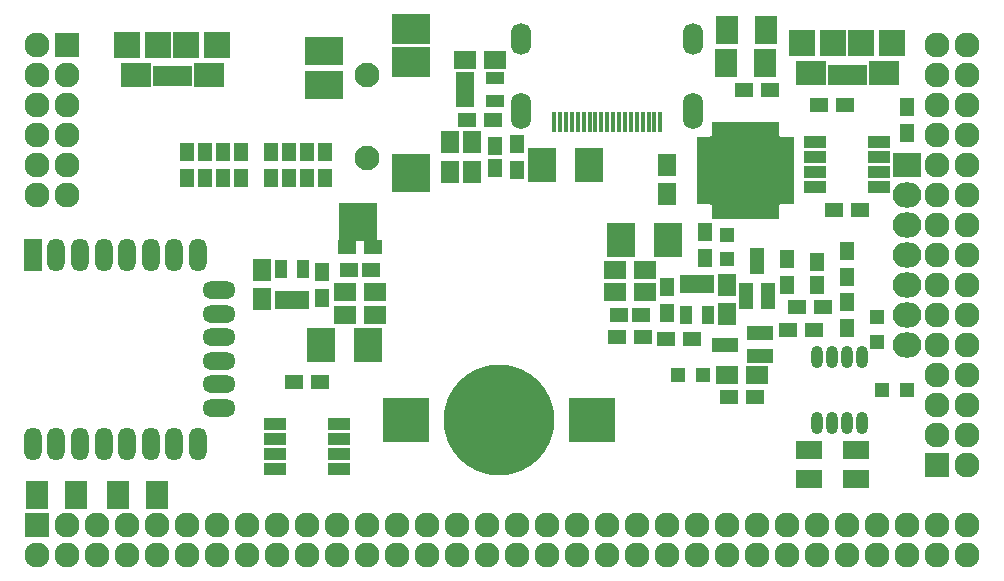
<source format=gbr>
G04 #@! TF.FileFunction,Soldermask,Bot*
%FSLAX46Y46*%
G04 Gerber Fmt 4.6, Leading zero omitted, Abs format (unit mm)*
G04 Created by KiCad (PCBNEW 4.0.5+dfsg1-4) date Mon Mar 27 15:17:06 2017*
%MOMM*%
%LPD*%
G01*
G04 APERTURE LIST*
%ADD10C,0.100000*%
%ADD11R,3.900000X3.700000*%
%ADD12C,9.400000*%
%ADD13R,1.924000X2.432000*%
%ADD14R,2.127200X2.127200*%
%ADD15O,2.127200X2.127200*%
%ADD16R,2.400000X2.900000*%
%ADD17R,1.600000X1.100000*%
%ADD18R,1.100000X1.600000*%
%ADD19R,2.432000X2.127200*%
%ADD20O,2.432000X2.127200*%
%ADD21R,1.650000X1.900000*%
%ADD22R,1.900000X1.650000*%
%ADD23O,1.009600X1.873200*%
%ADD24O,2.800000X1.500000*%
%ADD25R,1.500000X2.800000*%
%ADD26O,1.500000X2.800000*%
%ADD27R,1.200000X1.300000*%
%ADD28R,1.300000X1.200000*%
%ADD29R,2.500000X2.000000*%
%ADD30R,2.300000X2.300000*%
%ADD31R,0.800000X1.750000*%
%ADD32R,2.200000X2.300000*%
%ADD33R,3.200000X2.600000*%
%ADD34R,3.200000X3.200000*%
%ADD35R,3.200000X2.400000*%
%ADD36C,2.100000*%
%ADD37R,2.200000X1.600000*%
%ADD38R,0.600000X1.200000*%
%ADD39R,1.200000X0.600000*%
%ADD40R,1.800000X1.800000*%
%ADD41R,2.300000X1.200000*%
%ADD42R,1.200000X2.300000*%
%ADD43R,1.950000X1.000000*%
%ADD44R,1.150000X1.600000*%
%ADD45R,1.600000X1.150000*%
%ADD46R,1.600000X1.300000*%
%ADD47R,1.300000X1.600000*%
%ADD48O,1.700000X3.100000*%
%ADD49O,1.700000X2.700000*%
%ADD50R,0.350000X1.700000*%
G04 APERTURE END LIST*
D10*
D11*
X127830000Y-95710000D03*
X143630000Y-95710000D03*
D12*
X135730000Y-95710000D03*
D13*
X103498000Y-102060000D03*
X106800000Y-102060000D03*
X99942000Y-102060000D03*
X96640000Y-102060000D03*
D14*
X96640000Y-104600000D03*
D15*
X96640000Y-107140000D03*
X99180000Y-104600000D03*
X99180000Y-107140000D03*
X101720000Y-104600000D03*
X101720000Y-107140000D03*
X104260000Y-104600000D03*
X104260000Y-107140000D03*
X106800000Y-104600000D03*
X106800000Y-107140000D03*
X109340000Y-104600000D03*
X109340000Y-107140000D03*
X111880000Y-104600000D03*
X111880000Y-107140000D03*
X114420000Y-104600000D03*
X114420000Y-107140000D03*
X116960000Y-104600000D03*
X116960000Y-107140000D03*
X119500000Y-104600000D03*
X119500000Y-107140000D03*
X122040000Y-104600000D03*
X122040000Y-107140000D03*
X124580000Y-104600000D03*
X124580000Y-107140000D03*
X127120000Y-104600000D03*
X127120000Y-107140000D03*
X129660000Y-104600000D03*
X129660000Y-107140000D03*
X132200000Y-104600000D03*
X132200000Y-107140000D03*
X134740000Y-104600000D03*
X134740000Y-107140000D03*
X137280000Y-104600000D03*
X137280000Y-107140000D03*
X139820000Y-104600000D03*
X139820000Y-107140000D03*
X142360000Y-104600000D03*
X142360000Y-107140000D03*
X144900000Y-104600000D03*
X144900000Y-107140000D03*
X147440000Y-104600000D03*
X147440000Y-107140000D03*
X149980000Y-104600000D03*
X149980000Y-107140000D03*
X152520000Y-104600000D03*
X152520000Y-107140000D03*
X155060000Y-104600000D03*
X155060000Y-107140000D03*
X157600000Y-104600000D03*
X157600000Y-107140000D03*
X160140000Y-104600000D03*
X160140000Y-107140000D03*
X162680000Y-104600000D03*
X162680000Y-107140000D03*
X165220000Y-104600000D03*
X165220000Y-107140000D03*
X167760000Y-104600000D03*
X167760000Y-107140000D03*
X170300000Y-104600000D03*
X170300000Y-107140000D03*
X172840000Y-104600000D03*
X172840000Y-107140000D03*
X175380000Y-104600000D03*
X175380000Y-107140000D03*
D14*
X172840000Y-99520000D03*
D15*
X175380000Y-99520000D03*
X172840000Y-96980000D03*
X175380000Y-96980000D03*
X172840000Y-94440000D03*
X175380000Y-94440000D03*
X172840000Y-91900000D03*
X175380000Y-91900000D03*
X172840000Y-89360000D03*
X175380000Y-89360000D03*
X172840000Y-86820000D03*
X175380000Y-86820000D03*
X172840000Y-84280000D03*
X175380000Y-84280000D03*
X172840000Y-81740000D03*
X175380000Y-81740000D03*
X172840000Y-79200000D03*
X175380000Y-79200000D03*
X172840000Y-76660000D03*
X175380000Y-76660000D03*
X172840000Y-74120000D03*
X175380000Y-74120000D03*
X172840000Y-71580000D03*
X175380000Y-71580000D03*
X172840000Y-69040000D03*
X175380000Y-69040000D03*
X172840000Y-66500000D03*
X175380000Y-66500000D03*
X172840000Y-63960000D03*
X175380000Y-63960000D03*
D14*
X99180000Y-63960000D03*
D15*
X96640000Y-63960000D03*
X99180000Y-66500000D03*
X96640000Y-66500000D03*
X99180000Y-69040000D03*
X96640000Y-69040000D03*
X99180000Y-71580000D03*
X96640000Y-71580000D03*
X99180000Y-74120000D03*
X96640000Y-74120000D03*
X99180000Y-76660000D03*
X96640000Y-76660000D03*
D16*
X139344000Y-74120000D03*
X143344000Y-74120000D03*
D17*
X132835000Y-68720000D03*
X132835000Y-67770000D03*
X132835000Y-66820000D03*
X135435000Y-66820000D03*
X135435000Y-68720000D03*
D16*
X150075000Y-80470000D03*
X146075000Y-80470000D03*
D18*
X151570000Y-84220000D03*
X152520000Y-84220000D03*
X153470000Y-84220000D03*
X153470000Y-86820000D03*
X151570000Y-86820000D03*
D19*
X170300000Y-74120000D03*
D20*
X170300000Y-76660000D03*
X170300000Y-79200000D03*
X170300000Y-81740000D03*
X170300000Y-84280000D03*
X170300000Y-86820000D03*
X170300000Y-89360000D03*
D16*
X120675000Y-89360000D03*
X124675000Y-89360000D03*
D18*
X119180000Y-85580000D03*
X118230000Y-85580000D03*
X117280000Y-85580000D03*
X117280000Y-82980000D03*
X119180000Y-82980000D03*
D21*
X115690000Y-83030000D03*
X115690000Y-85530000D03*
X131565000Y-74735000D03*
X131565000Y-72235000D03*
X133470000Y-74735000D03*
X133470000Y-72235000D03*
D22*
X135355000Y-65230000D03*
X132855000Y-65230000D03*
X145555000Y-84915000D03*
X148055000Y-84915000D03*
X145555000Y-83010000D03*
X148055000Y-83010000D03*
D21*
X155060000Y-86800000D03*
X155060000Y-84300000D03*
D22*
X125195000Y-84915000D03*
X122695000Y-84915000D03*
X125195000Y-86820000D03*
X122695000Y-86820000D03*
D13*
X155060000Y-62690000D03*
X158362000Y-62690000D03*
X158235000Y-65484000D03*
X154933000Y-65484000D03*
D23*
X166490000Y-95964000D03*
X165220000Y-95964000D03*
X163950000Y-95964000D03*
X162680000Y-95964000D03*
X162680000Y-90376000D03*
X163950000Y-90376000D03*
X165220000Y-90376000D03*
X166490000Y-90376000D03*
D24*
X112010000Y-84730000D03*
X112010000Y-86730000D03*
X112010000Y-88730000D03*
X112010000Y-90730000D03*
X112010000Y-92730000D03*
X112010000Y-94730000D03*
D25*
X96260000Y-81740000D03*
D26*
X98260000Y-81740000D03*
X100260000Y-81740000D03*
X102260000Y-81740000D03*
X104260000Y-81740000D03*
X106260000Y-81740000D03*
X108260000Y-81740000D03*
X110260000Y-81740000D03*
X110260000Y-97740000D03*
X108260000Y-97740000D03*
X106260000Y-97740000D03*
X104260000Y-97740000D03*
X102260000Y-97740000D03*
X100260000Y-97740000D03*
X98260000Y-97740000D03*
X96260000Y-97740000D03*
D22*
X157580000Y-91900000D03*
X155080000Y-91900000D03*
D27*
X150928000Y-91900000D03*
X153028000Y-91900000D03*
X168200000Y-93170000D03*
X170300000Y-93170000D03*
D28*
X155060000Y-80055000D03*
X155060000Y-82155000D03*
X167760000Y-89140000D03*
X167760000Y-87040000D03*
D29*
X162120000Y-66375000D03*
X168320000Y-66375000D03*
D30*
X164020000Y-63825000D03*
X166420000Y-63825000D03*
D31*
X163920000Y-66500000D03*
X164570000Y-66500000D03*
X165220000Y-66500000D03*
X165870000Y-66500000D03*
X166520000Y-66500000D03*
D32*
X161420000Y-63825000D03*
X169020000Y-63825000D03*
D29*
X104970000Y-66510000D03*
X111170000Y-66510000D03*
D30*
X106870000Y-63960000D03*
X109270000Y-63960000D03*
D31*
X106770000Y-66635000D03*
X107420000Y-66635000D03*
X108070000Y-66635000D03*
X108720000Y-66635000D03*
X109370000Y-66635000D03*
D32*
X104270000Y-63960000D03*
X111870000Y-63960000D03*
D33*
X128280000Y-62640000D03*
X128280000Y-65440000D03*
D34*
X128280000Y-74840000D03*
X123830000Y-78940000D03*
D35*
X120880000Y-67340000D03*
X120880000Y-64540000D03*
D36*
X124580000Y-66540000D03*
X124580000Y-73540000D03*
D37*
X165950000Y-98320000D03*
X161950000Y-98320000D03*
X161950000Y-100720000D03*
X165950000Y-100720000D03*
D21*
X149980000Y-74140000D03*
X149980000Y-76640000D03*
D38*
X159184000Y-78128000D03*
X158784000Y-78128000D03*
X158384000Y-78128000D03*
X157984000Y-78128000D03*
X157584000Y-78128000D03*
X157184000Y-78128000D03*
X156784000Y-78128000D03*
X156384000Y-78128000D03*
X155984000Y-78128000D03*
X155584000Y-78128000D03*
X155184000Y-78128000D03*
X154784000Y-78128000D03*
D39*
X153084000Y-77228000D03*
X153084000Y-76828000D03*
X153084000Y-76428000D03*
X153084000Y-76028000D03*
X153084000Y-75628000D03*
X153084000Y-75228000D03*
X153084000Y-74828000D03*
X153084000Y-74428000D03*
X153084000Y-74028000D03*
X153084000Y-73628000D03*
D40*
X158684000Y-76728000D03*
D38*
X154384000Y-78128000D03*
X153984000Y-78128000D03*
D39*
X153084000Y-73228000D03*
X153084000Y-72828000D03*
X153084000Y-72428000D03*
X153084000Y-72028000D03*
D38*
X159184000Y-71128000D03*
X158784000Y-71128000D03*
X157984000Y-71128000D03*
X157584000Y-71128000D03*
X158384000Y-71128000D03*
X156384000Y-71128000D03*
X155984000Y-71128000D03*
X155584000Y-71128000D03*
X156784000Y-71128000D03*
X157184000Y-71128000D03*
X154384000Y-71128000D03*
X154784000Y-71128000D03*
X155184000Y-71128000D03*
X153984000Y-71128000D03*
D39*
X160084000Y-76828000D03*
X160084000Y-77228000D03*
X160084000Y-75228000D03*
X160084000Y-74428000D03*
X160084000Y-75628000D03*
X160084000Y-76028000D03*
X160084000Y-74828000D03*
X160084000Y-76428000D03*
X160084000Y-72828000D03*
X160084000Y-73628000D03*
X160084000Y-73228000D03*
X160084000Y-72428000D03*
X160084000Y-72028000D03*
X160084000Y-74028000D03*
D40*
X158684000Y-75328000D03*
X158684000Y-73928000D03*
X158684000Y-72528000D03*
X157284000Y-72528000D03*
X157284000Y-73928000D03*
X157284000Y-76728000D03*
X157284000Y-75328000D03*
X155884000Y-72528000D03*
X155884000Y-73928000D03*
X155884000Y-76728000D03*
X155884000Y-75328000D03*
X154484000Y-72528000D03*
X154484000Y-73928000D03*
X154484000Y-76728000D03*
X154484000Y-75328000D03*
D41*
X157830000Y-88410000D03*
X157830000Y-90310000D03*
X154830000Y-89360000D03*
D42*
X158550000Y-85272000D03*
X156650000Y-85272000D03*
X157600000Y-82272000D03*
D43*
X162520000Y-76025000D03*
X162520000Y-74755000D03*
X162520000Y-73485000D03*
X162520000Y-72215000D03*
X167920000Y-72215000D03*
X167920000Y-73485000D03*
X167920000Y-74755000D03*
X167920000Y-76025000D03*
D44*
X135375000Y-74435000D03*
X135375000Y-72535000D03*
D45*
X145855000Y-86820000D03*
X147755000Y-86820000D03*
X124895000Y-83010000D03*
X122995000Y-83010000D03*
D44*
X162680000Y-82380000D03*
X162680000Y-84280000D03*
D46*
X152096000Y-88852000D03*
X149896000Y-88852000D03*
D47*
X165220000Y-87920000D03*
X165220000Y-85720000D03*
D46*
X157430000Y-93805000D03*
X155230000Y-93805000D03*
X163145000Y-86185000D03*
X160945000Y-86185000D03*
D47*
X165220000Y-81445000D03*
X165220000Y-83645000D03*
D46*
X160230000Y-88090000D03*
X162430000Y-88090000D03*
X120600000Y-92535000D03*
X118400000Y-92535000D03*
D47*
X160140000Y-84280000D03*
X160140000Y-82080000D03*
X170300000Y-71410000D03*
X170300000Y-69210000D03*
D46*
X166320000Y-77930000D03*
X164120000Y-77930000D03*
X156500000Y-67770000D03*
X158700000Y-67770000D03*
X165050000Y-69040000D03*
X162850000Y-69040000D03*
D47*
X153155000Y-82035000D03*
X153155000Y-79835000D03*
X137280000Y-74585000D03*
X137280000Y-72385000D03*
D46*
X125045000Y-81105000D03*
X122845000Y-81105000D03*
X145705000Y-88725000D03*
X147905000Y-88725000D03*
X133005000Y-70310000D03*
X135205000Y-70310000D03*
D47*
X120770000Y-85380000D03*
X120770000Y-83180000D03*
X149980000Y-84450000D03*
X149980000Y-86650000D03*
X116452000Y-75220000D03*
X116452000Y-73020000D03*
X117976000Y-75220000D03*
X117976000Y-73020000D03*
X119500000Y-75220000D03*
X119500000Y-73020000D03*
X121024000Y-75220000D03*
X121024000Y-73020000D03*
X109340000Y-75220000D03*
X109340000Y-73020000D03*
X110864000Y-75220000D03*
X110864000Y-73020000D03*
X112388000Y-75220000D03*
X112388000Y-73020000D03*
X113912000Y-75220000D03*
X113912000Y-73020000D03*
D48*
X137600000Y-69576000D03*
X152200000Y-69576000D03*
D49*
X152200000Y-63526000D03*
D50*
X149400000Y-70526000D03*
X148900000Y-70526000D03*
X148400000Y-70526000D03*
X147900000Y-70526000D03*
X147400000Y-70526000D03*
X146900000Y-70526000D03*
X146400000Y-70526000D03*
X145900000Y-70526000D03*
X145400000Y-70526000D03*
X144900000Y-70526000D03*
X144400000Y-70526000D03*
X143900000Y-70526000D03*
X143400000Y-70526000D03*
X142900000Y-70526000D03*
X142400000Y-70526000D03*
X141900000Y-70526000D03*
X141400000Y-70526000D03*
X140900000Y-70526000D03*
X140400000Y-70526000D03*
D49*
X137600000Y-63526000D03*
D43*
X116800000Y-99901000D03*
X116800000Y-98631000D03*
X116800000Y-97361000D03*
X116800000Y-96091000D03*
X122200000Y-96091000D03*
X122200000Y-97361000D03*
X122200000Y-98631000D03*
X122200000Y-99901000D03*
M02*

</source>
